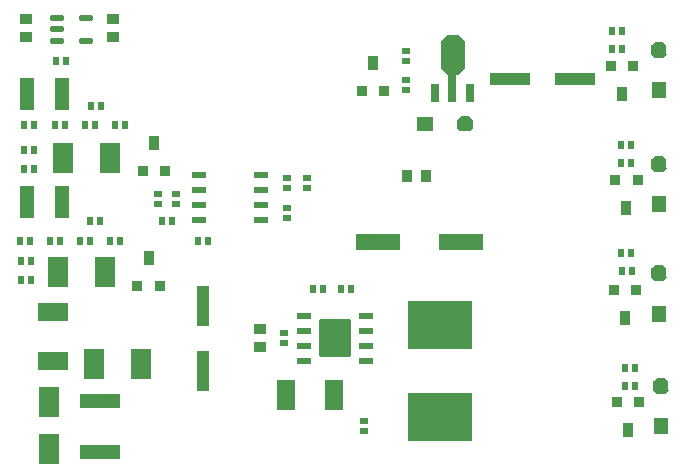
<source format=gtp>
G04*
G04 #@! TF.GenerationSoftware,Altium Limited,Altium Designer,20.0.2 (26)*
G04*
G04 Layer_Color=8421504*
%FSLAX25Y25*%
%MOIN*%
G70*
G01*
G75*
%ADD26R,0.06693X0.09843*%
%ADD27R,0.06693X0.09843*%
%ADD28R,0.03638X0.05000*%
%ADD29R,0.03598X0.03598*%
%ADD30R,0.02362X0.02559*%
%ADD31R,0.04567X0.10709*%
%ADD32R,0.02559X0.02362*%
G04:AMPARAMS|DCode=33|XSize=21.65mil|YSize=49.21mil|CornerRadius=1.95mil|HoleSize=0mil|Usage=FLASHONLY|Rotation=270.000|XOffset=0mil|YOffset=0mil|HoleType=Round|Shape=RoundedRectangle|*
%AMROUNDEDRECTD33*
21,1,0.02165,0.04532,0,0,270.0*
21,1,0.01776,0.04921,0,0,270.0*
1,1,0.00390,-0.02266,-0.00888*
1,1,0.00390,-0.02266,0.00888*
1,1,0.00390,0.02266,0.00888*
1,1,0.00390,0.02266,-0.00888*
%
%ADD33ROUNDEDRECTD33*%
G04:AMPARAMS|DCode=34|XSize=47.64mil|YSize=23.23mil|CornerRadius=5.81mil|HoleSize=0mil|Usage=FLASHONLY|Rotation=0.000|XOffset=0mil|YOffset=0mil|HoleType=Round|Shape=RoundedRectangle|*
%AMROUNDEDRECTD34*
21,1,0.04764,0.01161,0,0,0.0*
21,1,0.03602,0.02323,0,0,0.0*
1,1,0.01161,0.01801,-0.00581*
1,1,0.01161,-0.01801,-0.00581*
1,1,0.01161,-0.01801,0.00581*
1,1,0.01161,0.01801,0.00581*
%
%ADD34ROUNDEDRECTD34*%
%ADD35R,0.09843X0.06299*%
%ADD36R,0.13465X0.04724*%
%ADD37R,0.03937X0.13780*%
G04:AMPARAMS|DCode=38|XSize=105.91mil|YSize=125.98mil|CornerRadius=2.12mil|HoleSize=0mil|Usage=FLASHONLY|Rotation=180.000|XOffset=0mil|YOffset=0mil|HoleType=Round|Shape=RoundedRectangle|*
%AMROUNDEDRECTD38*
21,1,0.10591,0.12175,0,0,180.0*
21,1,0.10167,0.12598,0,0,180.0*
1,1,0.00424,-0.05084,0.06087*
1,1,0.00424,0.05084,0.06087*
1,1,0.00424,0.05084,-0.06087*
1,1,0.00424,-0.05084,-0.06087*
%
%ADD38ROUNDEDRECTD38*%
%ADD39R,0.21260X0.16142*%
%ADD40R,0.14961X0.05512*%
%ADD41R,0.03661X0.03858*%
G04:AMPARAMS|DCode=42|XSize=55mil|YSize=50mil|CornerRadius=0mil|HoleSize=0mil|Usage=FLASHONLY|Rotation=0.000|XOffset=0mil|YOffset=0mil|HoleType=Round|Shape=Octagon|*
%AMOCTAGOND42*
4,1,8,0.02750,-0.01250,0.02750,0.01250,0.01500,0.02500,-0.01500,0.02500,-0.02750,0.01250,-0.02750,-0.01250,-0.01500,-0.02500,0.01500,-0.02500,0.02750,-0.01250,0.0*
%
%ADD42OCTAGOND42*%

%ADD43R,0.05500X0.05000*%
G04:AMPARAMS|DCode=44|XSize=78.74mil|YSize=133.86mil|CornerRadius=0mil|HoleSize=0mil|Usage=FLASHONLY|Rotation=180.000|XOffset=0mil|YOffset=0mil|HoleType=Round|Shape=Octagon|*
%AMOCTAGOND44*
4,1,8,0.01968,-0.06693,-0.01968,-0.06693,-0.03937,-0.04724,-0.03937,0.04724,-0.01968,0.06693,0.01968,0.06693,0.03937,0.04724,0.03937,-0.04724,0.01968,-0.06693,0.0*
%
%ADD44OCTAGOND44*%

%ADD45R,0.02756X0.06299*%
%ADD46R,0.02756X0.09449*%
%ADD47R,0.13780X0.03937*%
G04:AMPARAMS|DCode=48|XSize=55mil|YSize=50mil|CornerRadius=0mil|HoleSize=0mil|Usage=FLASHONLY|Rotation=90.000|XOffset=0mil|YOffset=0mil|HoleType=Round|Shape=Octagon|*
%AMOCTAGOND48*
4,1,8,0.01250,0.02750,-0.01250,0.02750,-0.02500,0.01500,-0.02500,-0.01500,-0.01250,-0.02750,0.01250,-0.02750,0.02500,-0.01500,0.02500,0.01500,0.01250,0.02750,0.0*
%
%ADD48OCTAGOND48*%

%ADD49R,0.05000X0.05500*%
%ADD50R,0.03858X0.03661*%
%ADD51R,0.06299X0.09843*%
D26*
X58126Y-108500D02*
D03*
X59626Y-70500D02*
D03*
X70126Y-139000D02*
D03*
X55000Y-151626D02*
D03*
Y-167374D02*
D03*
D27*
X73874Y-108500D02*
D03*
X75374Y-70500D02*
D03*
X85874Y-139000D02*
D03*
D28*
X88240Y-103748D02*
D03*
X90000Y-65500D02*
D03*
X163000Y-38874D02*
D03*
X246000Y-49126D02*
D03*
X247500Y-87126D02*
D03*
X247000Y-123626D02*
D03*
X248000Y-161126D02*
D03*
D29*
X91980Y-113000D02*
D03*
X84500D02*
D03*
X93740Y-74752D02*
D03*
X86260D02*
D03*
X166740Y-48126D02*
D03*
X159260D02*
D03*
X242260Y-39874D02*
D03*
X249740D02*
D03*
X243760Y-77874D02*
D03*
X251240D02*
D03*
X243260Y-114374D02*
D03*
X250740D02*
D03*
X244260Y-151874D02*
D03*
X251740D02*
D03*
D30*
X48906Y-104657D02*
D03*
X45559D02*
D03*
X48906Y-111000D02*
D03*
X45559D02*
D03*
X68654Y-91500D02*
D03*
X72000D02*
D03*
X75327Y-98000D02*
D03*
X78673D02*
D03*
X65327D02*
D03*
X68673D02*
D03*
X55327D02*
D03*
X58673D02*
D03*
X45327D02*
D03*
X48673D02*
D03*
X49905Y-74000D02*
D03*
X46559D02*
D03*
X49905Y-67898D02*
D03*
X46559D02*
D03*
X66942Y-59500D02*
D03*
X70289D02*
D03*
X77000D02*
D03*
X80346D02*
D03*
X56884D02*
D03*
X60231D02*
D03*
X46827D02*
D03*
X50173D02*
D03*
X69153Y-53000D02*
D03*
X72500D02*
D03*
X96000Y-91500D02*
D03*
X92654D02*
D03*
X108000Y-98000D02*
D03*
X104654D02*
D03*
X57327Y-38000D02*
D03*
X60673D02*
D03*
X246000Y-28000D02*
D03*
X242653D02*
D03*
X246000Y-34000D02*
D03*
X242653D02*
D03*
X249173Y-66000D02*
D03*
X245827D02*
D03*
X249173Y-72000D02*
D03*
X245827D02*
D03*
X249173Y-102000D02*
D03*
X245827D02*
D03*
X249346Y-108000D02*
D03*
X246000D02*
D03*
X250500Y-140500D02*
D03*
X247153D02*
D03*
X250500Y-146500D02*
D03*
X247153D02*
D03*
X152327Y-114000D02*
D03*
X155673D02*
D03*
X143000Y-114000D02*
D03*
X146346D02*
D03*
D31*
X59307Y-85000D02*
D03*
X47693D02*
D03*
X59307Y-49000D02*
D03*
X47693D02*
D03*
D32*
X91500Y-82327D02*
D03*
Y-85673D02*
D03*
X97500Y-82327D02*
D03*
Y-85673D02*
D03*
X134500Y-77153D02*
D03*
Y-80500D02*
D03*
X141000Y-77153D02*
D03*
Y-80500D02*
D03*
X134500Y-87154D02*
D03*
Y-90500D02*
D03*
X133500Y-132173D02*
D03*
Y-128827D02*
D03*
X174000Y-44327D02*
D03*
Y-47673D02*
D03*
X160000Y-161346D02*
D03*
Y-158000D02*
D03*
X174000Y-34827D02*
D03*
Y-38173D02*
D03*
D33*
X105000Y-76000D02*
D03*
Y-81000D02*
D03*
Y-86000D02*
D03*
Y-91000D02*
D03*
X125669Y-76000D02*
D03*
Y-81000D02*
D03*
Y-86000D02*
D03*
Y-91000D02*
D03*
X160835Y-138000D02*
D03*
Y-133000D02*
D03*
Y-128000D02*
D03*
Y-123000D02*
D03*
X140165Y-138000D02*
D03*
Y-133000D02*
D03*
Y-128000D02*
D03*
Y-123000D02*
D03*
D34*
X57559Y-23760D02*
D03*
Y-27500D02*
D03*
Y-31240D02*
D03*
X67441D02*
D03*
Y-23760D02*
D03*
D35*
X56500Y-138110D02*
D03*
Y-121890D02*
D03*
D36*
X72000Y-168465D02*
D03*
Y-151535D02*
D03*
D37*
X106500Y-141277D02*
D03*
Y-119723D02*
D03*
D38*
X150500Y-130500D02*
D03*
D39*
X185500Y-156854D02*
D03*
Y-126146D02*
D03*
D40*
X164620Y-98500D02*
D03*
X192379D02*
D03*
D41*
X174500Y-76500D02*
D03*
X180563D02*
D03*
D42*
X193750Y-59000D02*
D03*
D43*
X180250D02*
D03*
D44*
X189600Y-36100D02*
D03*
D45*
X195405Y-48587D02*
D03*
X183595D02*
D03*
D46*
X189500Y-47100D02*
D03*
D47*
X208723Y-44000D02*
D03*
X230277D02*
D03*
D48*
X258500Y-34250D02*
D03*
X259000Y-146250D02*
D03*
X258500Y-108750D02*
D03*
Y-72250D02*
D03*
D49*
Y-47750D02*
D03*
X259000Y-159750D02*
D03*
X258500Y-122250D02*
D03*
Y-85750D02*
D03*
D50*
X125500Y-133531D02*
D03*
Y-127469D02*
D03*
X47500Y-23968D02*
D03*
Y-30031D02*
D03*
X76500Y-23968D02*
D03*
Y-30031D02*
D03*
D51*
X150110Y-149500D02*
D03*
X133890D02*
D03*
M02*

</source>
